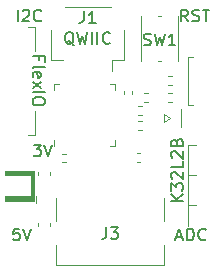
<source format=gbr>
G04 #@! TF.GenerationSoftware,KiCad,Pcbnew,5.1.9-73d0e3b20d~88~ubuntu16.04.1*
G04 #@! TF.CreationDate,2021-02-23T03:34:03+00:00*
G04 #@! TF.ProjectId,kuiic,6b756969-632e-46b6-9963-61645f706362,rev?*
G04 #@! TF.SameCoordinates,Original*
G04 #@! TF.FileFunction,Legend,Top*
G04 #@! TF.FilePolarity,Positive*
%FSLAX46Y46*%
G04 Gerber Fmt 4.6, Leading zero omitted, Abs format (unit mm)*
G04 Created by KiCad (PCBNEW 5.1.9-73d0e3b20d~88~ubuntu16.04.1) date 2021-02-23 03:34:03*
%MOMM*%
%LPD*%
G01*
G04 APERTURE LIST*
%ADD10C,0.120000*%
%ADD11C,0.002540*%
%ADD12C,0.150000*%
G04 APERTURE END LIST*
D10*
X133604000Y-133731000D02*
X134239000Y-133731000D01*
X133604000Y-131191000D02*
X134239000Y-131191000D01*
X133604000Y-128651000D02*
X134239000Y-128651000D01*
X133604000Y-135509000D02*
X133604000Y-128651000D01*
D11*
G36*
X120523000Y-133350000D02*
G01*
X120269000Y-133350000D01*
X120269000Y-130810000D01*
X120523000Y-130810000D01*
X120523000Y-133350000D01*
G37*
X120523000Y-133350000D02*
X120269000Y-133350000D01*
X120269000Y-130810000D01*
X120523000Y-130810000D01*
X120523000Y-133350000D01*
D12*
X133167380Y-133405238D02*
X132167380Y-133405238D01*
X133167380Y-132833809D02*
X132595952Y-133262380D01*
X132167380Y-132833809D02*
X132738809Y-133405238D01*
X132167380Y-132500476D02*
X132167380Y-131881428D01*
X132548333Y-132214761D01*
X132548333Y-132071904D01*
X132595952Y-131976666D01*
X132643571Y-131929047D01*
X132738809Y-131881428D01*
X132976904Y-131881428D01*
X133072142Y-131929047D01*
X133119761Y-131976666D01*
X133167380Y-132071904D01*
X133167380Y-132357619D01*
X133119761Y-132452857D01*
X133072142Y-132500476D01*
X132262619Y-131500476D02*
X132215000Y-131452857D01*
X132167380Y-131357619D01*
X132167380Y-131119523D01*
X132215000Y-131024285D01*
X132262619Y-130976666D01*
X132357857Y-130929047D01*
X132453095Y-130929047D01*
X132595952Y-130976666D01*
X133167380Y-131548095D01*
X133167380Y-130929047D01*
X133167380Y-130024285D02*
X133167380Y-130500476D01*
X132167380Y-130500476D01*
X132262619Y-129738571D02*
X132215000Y-129690952D01*
X132167380Y-129595714D01*
X132167380Y-129357619D01*
X132215000Y-129262380D01*
X132262619Y-129214761D01*
X132357857Y-129167142D01*
X132453095Y-129167142D01*
X132595952Y-129214761D01*
X133167380Y-129786190D01*
X133167380Y-129167142D01*
X132643571Y-128405238D02*
X132691190Y-128262380D01*
X132738809Y-128214761D01*
X132834047Y-128167142D01*
X132976904Y-128167142D01*
X133072142Y-128214761D01*
X133119761Y-128262380D01*
X133167380Y-128357619D01*
X133167380Y-128738571D01*
X132167380Y-128738571D01*
X132167380Y-128405238D01*
X132215000Y-128310000D01*
X132262619Y-128262380D01*
X132357857Y-128214761D01*
X132453095Y-128214761D01*
X132548333Y-128262380D01*
X132595952Y-128310000D01*
X132643571Y-128405238D01*
X132643571Y-128738571D01*
D10*
X133604000Y-125222000D02*
X133985000Y-125222000D01*
X133604000Y-121158000D02*
X133604000Y-125222000D01*
X133985000Y-121158000D02*
X133604000Y-121158000D01*
D12*
X132619904Y-136437666D02*
X133096095Y-136437666D01*
X132524666Y-136723380D02*
X132858000Y-135723380D01*
X133191333Y-136723380D01*
X133524666Y-136723380D02*
X133524666Y-135723380D01*
X133762761Y-135723380D01*
X133905619Y-135771000D01*
X134000857Y-135866238D01*
X134048476Y-135961476D01*
X134096095Y-136151952D01*
X134096095Y-136294809D01*
X134048476Y-136485285D01*
X134000857Y-136580523D01*
X133905619Y-136675761D01*
X133762761Y-136723380D01*
X133524666Y-136723380D01*
X135096095Y-136628142D02*
X135048476Y-136675761D01*
X134905619Y-136723380D01*
X134810380Y-136723380D01*
X134667523Y-136675761D01*
X134572285Y-136580523D01*
X134524666Y-136485285D01*
X134477047Y-136294809D01*
X134477047Y-136151952D01*
X134524666Y-135961476D01*
X134572285Y-135866238D01*
X134667523Y-135771000D01*
X134810380Y-135723380D01*
X134905619Y-135723380D01*
X135048476Y-135771000D01*
X135096095Y-135818619D01*
D10*
X120650000Y-127762000D02*
X120015000Y-127762000D01*
X120650000Y-118618000D02*
X120015000Y-118618000D01*
X120650000Y-120650000D02*
X120650000Y-118618000D01*
X120650000Y-127762000D02*
X120650000Y-125730000D01*
D12*
X119316523Y-135723380D02*
X118840333Y-135723380D01*
X118792714Y-136199571D01*
X118840333Y-136151952D01*
X118935571Y-136104333D01*
X119173666Y-136104333D01*
X119268904Y-136151952D01*
X119316523Y-136199571D01*
X119364142Y-136294809D01*
X119364142Y-136532904D01*
X119316523Y-136628142D01*
X119268904Y-136675761D01*
X119173666Y-136723380D01*
X118935571Y-136723380D01*
X118840333Y-136675761D01*
X118792714Y-136628142D01*
X119649857Y-135723380D02*
X119983190Y-136723380D01*
X120316523Y-135723380D01*
X120523095Y-128611380D02*
X121142142Y-128611380D01*
X120808809Y-128992333D01*
X120951666Y-128992333D01*
X121046904Y-129039952D01*
X121094523Y-129087571D01*
X121142142Y-129182809D01*
X121142142Y-129420904D01*
X121094523Y-129516142D01*
X121046904Y-129563761D01*
X120951666Y-129611380D01*
X120665952Y-129611380D01*
X120570714Y-129563761D01*
X120523095Y-129516142D01*
X121427857Y-128611380D02*
X121761190Y-129611380D01*
X122094523Y-128611380D01*
D11*
G36*
X120269000Y-131191000D02*
G01*
X118110000Y-131191000D01*
X118110000Y-130810000D01*
X120269000Y-130810000D01*
X120269000Y-131191000D01*
G37*
X120269000Y-131191000D02*
X118110000Y-131191000D01*
X118110000Y-130810000D01*
X120269000Y-130810000D01*
X120269000Y-131191000D01*
G36*
X120269000Y-133350000D02*
G01*
X118110000Y-133350000D01*
X118110000Y-132969000D01*
X120269000Y-132969000D01*
X120269000Y-133350000D01*
G37*
X120269000Y-133350000D02*
X118110000Y-133350000D01*
X118110000Y-132969000D01*
X120269000Y-132969000D01*
X120269000Y-133350000D01*
D12*
X120975428Y-121475714D02*
X120975428Y-121142380D01*
X120451619Y-121142380D02*
X121451619Y-121142380D01*
X121451619Y-121618571D01*
X120451619Y-122142380D02*
X120499238Y-122047142D01*
X120594476Y-121999523D01*
X121451619Y-121999523D01*
X120499238Y-122904285D02*
X120451619Y-122809047D01*
X120451619Y-122618571D01*
X120499238Y-122523333D01*
X120594476Y-122475714D01*
X120975428Y-122475714D01*
X121070666Y-122523333D01*
X121118285Y-122618571D01*
X121118285Y-122809047D01*
X121070666Y-122904285D01*
X120975428Y-122951904D01*
X120880190Y-122951904D01*
X120784952Y-122475714D01*
X120451619Y-123285238D02*
X121118285Y-123809047D01*
X121118285Y-123285238D02*
X120451619Y-123809047D01*
X120451619Y-124190000D02*
X121451619Y-124190000D01*
X121451619Y-124856666D02*
X121451619Y-125047142D01*
X121404000Y-125142380D01*
X121308761Y-125237619D01*
X121118285Y-125285238D01*
X120784952Y-125285238D01*
X120594476Y-125237619D01*
X120499238Y-125142380D01*
X120451619Y-125047142D01*
X120451619Y-124856666D01*
X120499238Y-124761428D01*
X120594476Y-124666190D01*
X120784952Y-124618571D01*
X121118285Y-124618571D01*
X121308761Y-124666190D01*
X121404000Y-124761428D01*
X121451619Y-124856666D01*
X119165809Y-118181380D02*
X119165809Y-117181380D01*
X119594380Y-117276619D02*
X119642000Y-117229000D01*
X119737238Y-117181380D01*
X119975333Y-117181380D01*
X120070571Y-117229000D01*
X120118190Y-117276619D01*
X120165809Y-117371857D01*
X120165809Y-117467095D01*
X120118190Y-117609952D01*
X119546761Y-118181380D01*
X120165809Y-118181380D01*
X121165809Y-118086142D02*
X121118190Y-118133761D01*
X120975333Y-118181380D01*
X120880095Y-118181380D01*
X120737238Y-118133761D01*
X120642000Y-118038523D01*
X120594380Y-117943285D01*
X120546761Y-117752809D01*
X120546761Y-117609952D01*
X120594380Y-117419476D01*
X120642000Y-117324238D01*
X120737238Y-117229000D01*
X120880095Y-117181380D01*
X120975333Y-117181380D01*
X121118190Y-117229000D01*
X121165809Y-117276619D01*
X123928333Y-120181619D02*
X123833095Y-120134000D01*
X123737857Y-120038761D01*
X123595000Y-119895904D01*
X123499761Y-119848285D01*
X123404523Y-119848285D01*
X123452142Y-120086380D02*
X123356904Y-120038761D01*
X123261666Y-119943523D01*
X123214047Y-119753047D01*
X123214047Y-119419714D01*
X123261666Y-119229238D01*
X123356904Y-119134000D01*
X123452142Y-119086380D01*
X123642619Y-119086380D01*
X123737857Y-119134000D01*
X123833095Y-119229238D01*
X123880714Y-119419714D01*
X123880714Y-119753047D01*
X123833095Y-119943523D01*
X123737857Y-120038761D01*
X123642619Y-120086380D01*
X123452142Y-120086380D01*
X124214047Y-119086380D02*
X124452142Y-120086380D01*
X124642619Y-119372095D01*
X124833095Y-120086380D01*
X125071190Y-119086380D01*
X125452142Y-120086380D02*
X125452142Y-119086380D01*
X125928333Y-120086380D02*
X125928333Y-119086380D01*
X126975952Y-119991142D02*
X126928333Y-120038761D01*
X126785476Y-120086380D01*
X126690238Y-120086380D01*
X126547380Y-120038761D01*
X126452142Y-119943523D01*
X126404523Y-119848285D01*
X126356904Y-119657809D01*
X126356904Y-119514952D01*
X126404523Y-119324476D01*
X126452142Y-119229238D01*
X126547380Y-119134000D01*
X126690238Y-119086380D01*
X126785476Y-119086380D01*
X126928333Y-119134000D01*
X126975952Y-119181619D01*
X133589780Y-118181380D02*
X133256447Y-117705190D01*
X133018352Y-118181380D02*
X133018352Y-117181380D01*
X133399304Y-117181380D01*
X133494542Y-117229000D01*
X133542161Y-117276619D01*
X133589780Y-117371857D01*
X133589780Y-117514714D01*
X133542161Y-117609952D01*
X133494542Y-117657571D01*
X133399304Y-117705190D01*
X133018352Y-117705190D01*
X133970733Y-118133761D02*
X134113590Y-118181380D01*
X134351685Y-118181380D01*
X134446923Y-118133761D01*
X134494542Y-118086142D01*
X134542161Y-117990904D01*
X134542161Y-117895666D01*
X134494542Y-117800428D01*
X134446923Y-117752809D01*
X134351685Y-117705190D01*
X134161209Y-117657571D01*
X134065971Y-117609952D01*
X134018352Y-117562333D01*
X133970733Y-117467095D01*
X133970733Y-117371857D01*
X134018352Y-117276619D01*
X134065971Y-117229000D01*
X134161209Y-117181380D01*
X134399304Y-117181380D01*
X134542161Y-117229000D01*
X134827876Y-117181380D02*
X135399304Y-117181380D01*
X135113590Y-118181380D02*
X135113590Y-117181380D01*
D10*
G04 #@! TO.C,R6*
X122934759Y-130123200D02*
X123242041Y-130123200D01*
X122934759Y-129363200D02*
X123242041Y-129363200D01*
G04 #@! TO.C,D2*
X120712000Y-132923000D02*
X120712000Y-133523000D01*
G04 #@! TO.C,R3*
X129693641Y-125350000D02*
X129386359Y-125350000D01*
X129693641Y-126110000D02*
X129386359Y-126110000D01*
G04 #@! TO.C,J1*
X127035000Y-116949000D02*
X123155000Y-116949000D01*
X121985000Y-121419000D02*
X123035000Y-121419000D01*
X121985000Y-118919000D02*
X121985000Y-121419000D01*
X127155000Y-121419000D02*
X127155000Y-122409000D01*
X128205000Y-121419000D02*
X127155000Y-121419000D01*
X128205000Y-118919000D02*
X128205000Y-121419000D01*
G04 #@! TO.C,SW1*
X131091000Y-117734000D02*
X131291000Y-117734000D01*
X132741000Y-121534000D02*
X132741000Y-117734000D01*
X129641000Y-117734000D02*
X129641000Y-121534000D01*
X131091000Y-121534000D02*
X131291000Y-121534000D01*
G04 #@! TO.C,D1*
X132976000Y-127115000D02*
X132976000Y-125615000D01*
X131576000Y-126715000D02*
X132076000Y-126365000D01*
X132076000Y-126365000D02*
X131576000Y-126015000D01*
X131576000Y-126015000D02*
X131576000Y-126715000D01*
G04 #@! TO.C,U1*
X122231000Y-128246000D02*
X122231000Y-128721000D01*
X127451000Y-123501000D02*
X126976000Y-123501000D01*
X127451000Y-123976000D02*
X127451000Y-123501000D01*
X127451000Y-128721000D02*
X126976000Y-128721000D01*
X127451000Y-128246000D02*
X127451000Y-128721000D01*
X122231000Y-123501000D02*
X122706000Y-123501000D01*
X122231000Y-123976000D02*
X122231000Y-123501000D01*
G04 #@! TO.C,R7*
X129566641Y-129287000D02*
X129259359Y-129287000D01*
X129566641Y-130047000D02*
X129259359Y-130047000D01*
G04 #@! TO.C,R5*
X132233641Y-124207000D02*
X131926359Y-124207000D01*
X132233641Y-124967000D02*
X131926359Y-124967000D01*
G04 #@! TO.C,R4*
X132233641Y-122810000D02*
X131926359Y-122810000D01*
X132233641Y-123570000D02*
X131926359Y-123570000D01*
G04 #@! TO.C,R2*
X130201641Y-124207000D02*
X129894359Y-124207000D01*
X130201641Y-124967000D02*
X129894359Y-124967000D01*
G04 #@! TO.C,R1*
X129693641Y-126620000D02*
X129386359Y-126620000D01*
X129693641Y-127380000D02*
X129386359Y-127380000D01*
G04 #@! TO.C,J3*
X122420000Y-133151000D02*
X122420000Y-135071000D01*
X131580000Y-135071000D02*
X131580000Y-133151000D01*
X131580000Y-137081000D02*
X131580000Y-138786000D01*
X122420000Y-138786000D02*
X122420000Y-137081000D01*
X131580000Y-138786000D02*
X122420000Y-138786000D01*
G04 #@! TO.C,C3*
X121922000Y-135522580D02*
X121922000Y-135241420D01*
X120902000Y-135522580D02*
X120902000Y-135241420D01*
G04 #@! TO.C,C2*
X128884000Y-124313836D02*
X128884000Y-124098164D01*
X128164000Y-124313836D02*
X128164000Y-124098164D01*
G04 #@! TO.C,C1*
X120902000Y-130923420D02*
X120902000Y-131204580D01*
X121922000Y-130923420D02*
X121922000Y-131204580D01*
G04 #@! TO.C,J1*
D12*
X124761666Y-117308380D02*
X124761666Y-118022666D01*
X124714047Y-118165523D01*
X124618809Y-118260761D01*
X124475952Y-118308380D01*
X124380714Y-118308380D01*
X125761666Y-118308380D02*
X125190238Y-118308380D01*
X125475952Y-118308380D02*
X125475952Y-117308380D01*
X125380714Y-117451238D01*
X125285476Y-117546476D01*
X125190238Y-117594095D01*
G04 #@! TO.C,SW1*
X129857666Y-120165761D02*
X130000523Y-120213380D01*
X130238619Y-120213380D01*
X130333857Y-120165761D01*
X130381476Y-120118142D01*
X130429095Y-120022904D01*
X130429095Y-119927666D01*
X130381476Y-119832428D01*
X130333857Y-119784809D01*
X130238619Y-119737190D01*
X130048142Y-119689571D01*
X129952904Y-119641952D01*
X129905285Y-119594333D01*
X129857666Y-119499095D01*
X129857666Y-119403857D01*
X129905285Y-119308619D01*
X129952904Y-119261000D01*
X130048142Y-119213380D01*
X130286238Y-119213380D01*
X130429095Y-119261000D01*
X130762428Y-119213380D02*
X131000523Y-120213380D01*
X131191000Y-119499095D01*
X131381476Y-120213380D01*
X131619571Y-119213380D01*
X132524333Y-120213380D02*
X131952904Y-120213380D01*
X132238619Y-120213380D02*
X132238619Y-119213380D01*
X132143380Y-119356238D01*
X132048142Y-119451476D01*
X131952904Y-119499095D01*
G04 #@! TO.C,J3*
X126666666Y-135596380D02*
X126666666Y-136310666D01*
X126619047Y-136453523D01*
X126523809Y-136548761D01*
X126380952Y-136596380D01*
X126285714Y-136596380D01*
X127047619Y-135596380D02*
X127666666Y-135596380D01*
X127333333Y-135977333D01*
X127476190Y-135977333D01*
X127571428Y-136024952D01*
X127619047Y-136072571D01*
X127666666Y-136167809D01*
X127666666Y-136405904D01*
X127619047Y-136501142D01*
X127571428Y-136548761D01*
X127476190Y-136596380D01*
X127190476Y-136596380D01*
X127095238Y-136548761D01*
X127047619Y-136501142D01*
G04 #@! TD*
M02*

</source>
